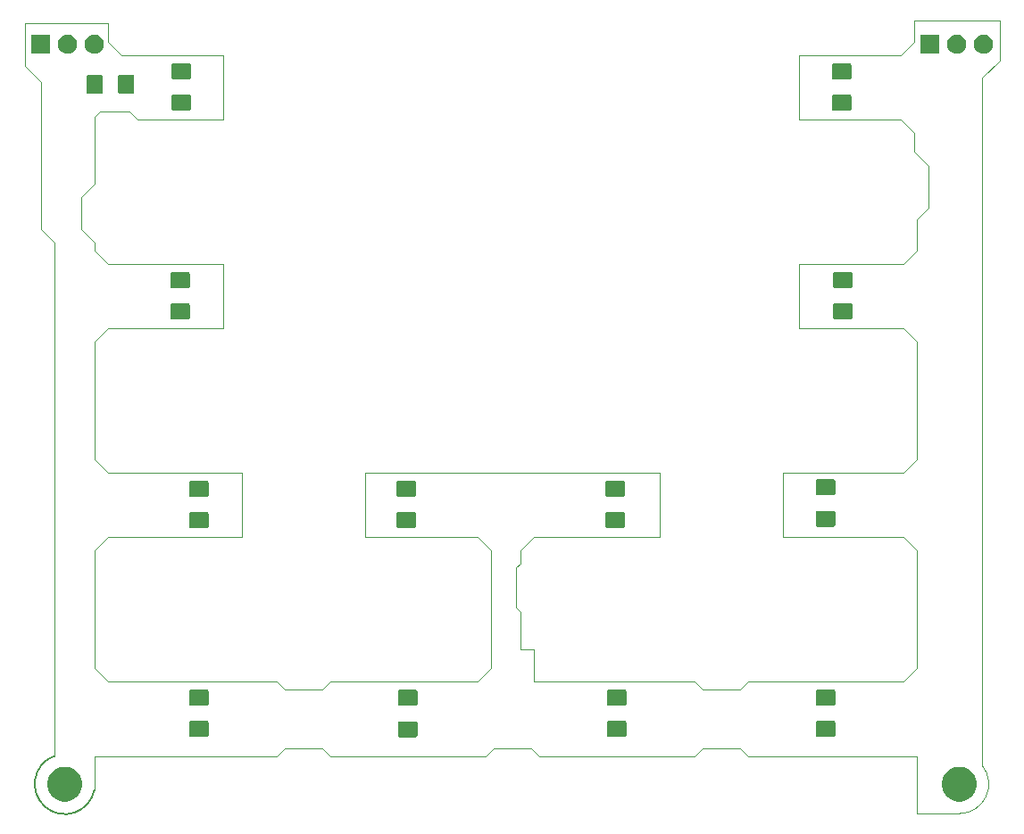
<source format=gbr>
G04 #@! TF.GenerationSoftware,KiCad,Pcbnew,(5.1.5)-3*
G04 #@! TF.CreationDate,2020-06-30T23:52:35-07:00*
G04 #@! TF.ProjectId,daughter,64617567-6874-4657-922e-6b696361645f,rev?*
G04 #@! TF.SameCoordinates,Original*
G04 #@! TF.FileFunction,Soldermask,Bot*
G04 #@! TF.FilePolarity,Negative*
%FSLAX46Y46*%
G04 Gerber Fmt 4.6, Leading zero omitted, Abs format (unit mm)*
G04 Created by KiCad (PCBNEW (5.1.5)-3) date 2020-06-30 23:52:35*
%MOMM*%
%LPD*%
G04 APERTURE LIST*
%ADD10C,0.050000*%
%ADD11C,0.120000*%
%ADD12C,0.150000*%
%ADD13C,0.100000*%
G04 APERTURE END LIST*
D10*
X143510000Y-186690000D02*
X159512000Y-186690000D01*
X139192000Y-185928000D02*
X138430000Y-186690000D01*
X142748000Y-185928000D02*
X139192000Y-185928000D01*
X143510000Y-186690000D02*
X142748000Y-185928000D01*
X74930000Y-121158000D02*
X74930000Y-117094000D01*
X76454000Y-122682000D02*
X74930000Y-121158000D01*
X76454000Y-136652000D02*
X76454000Y-122682000D01*
X77724000Y-137922000D02*
X76454000Y-136652000D01*
X77724000Y-137922000D02*
X77724001Y-186690001D01*
X81534000Y-186690000D02*
X81536221Y-189928213D01*
X98806000Y-186690000D02*
X81534000Y-186690000D01*
X99568000Y-185928000D02*
X98806000Y-186690000D01*
X103124000Y-185928000D02*
X99568000Y-185928000D01*
X103886000Y-186690000D02*
X103124000Y-185928000D01*
X118618000Y-186690000D02*
X103886000Y-186690000D01*
X119380000Y-185928000D02*
X118618000Y-186690000D01*
X122936000Y-185928000D02*
X119380000Y-185928000D01*
X123698000Y-186690000D02*
X122936000Y-185928000D01*
X138430000Y-186690000D02*
X123698000Y-186690000D01*
X159512000Y-192151000D02*
X159512000Y-186690000D01*
X159512000Y-192151000D02*
X163576000Y-192151000D01*
X165735000Y-122301000D02*
X165735000Y-187579000D01*
X167386000Y-120650000D02*
X165735000Y-122301000D01*
X167386000Y-116840000D02*
X167386000Y-120650000D01*
X159258000Y-116840000D02*
X167386000Y-116840000D01*
X159258000Y-118872000D02*
X159258000Y-116840000D01*
X157988000Y-120142000D02*
X159258000Y-118872000D01*
X148336000Y-120142000D02*
X157988000Y-120142000D01*
X148336000Y-126238000D02*
X148336000Y-120142000D01*
X157988000Y-126238000D02*
X148336000Y-126238000D01*
X159258000Y-127508000D02*
X157988000Y-126238000D01*
X159258000Y-129286000D02*
X159258000Y-127508000D01*
X160655000Y-130683000D02*
X159258000Y-129286000D01*
X160655000Y-134620000D02*
X160655000Y-130683000D01*
X159512000Y-135763000D02*
X160655000Y-134620000D01*
X159512000Y-138684000D02*
X159512000Y-135763000D01*
X158242000Y-139954000D02*
X159512000Y-138684000D01*
X148336000Y-139954000D02*
X158242000Y-139954000D01*
X148336000Y-146050000D02*
X148336000Y-139954000D01*
X158242000Y-146050000D02*
X148336000Y-146050000D01*
X159512000Y-147320000D02*
X158242000Y-146050000D01*
X159512000Y-158496000D02*
X159512000Y-147320000D01*
X158242000Y-159766000D02*
X159512000Y-158496000D01*
X146812000Y-159766000D02*
X158242000Y-159766000D01*
X146812000Y-165862000D02*
X146812000Y-159766000D01*
X158242000Y-165862000D02*
X146812000Y-165862000D01*
X159512000Y-167132000D02*
X158242000Y-165862000D01*
X159512000Y-178308000D02*
X159512000Y-167132000D01*
X158242000Y-179578000D02*
X159512000Y-178308000D01*
X143510000Y-179578000D02*
X158242000Y-179578000D01*
X142748000Y-180340000D02*
X143510000Y-179578000D01*
X139192000Y-180340000D02*
X142748000Y-180340000D01*
X138430000Y-179578000D02*
X139192000Y-180340000D01*
X123190000Y-179578000D02*
X138430000Y-179578000D01*
X123190000Y-176530000D02*
X123190000Y-179578000D01*
X121920000Y-176530000D02*
X123190000Y-176530000D01*
X121920000Y-172974000D02*
X121920000Y-176530000D01*
X121539000Y-172593000D02*
X121920000Y-172974000D01*
X121539000Y-168783000D02*
X121539000Y-172593000D01*
X121920000Y-168402000D02*
X121539000Y-168783000D01*
X121920000Y-167132000D02*
X121920000Y-168402000D01*
X123190000Y-165862000D02*
X121920000Y-167132000D01*
X135128000Y-165862000D02*
X123190000Y-165862000D01*
X135128000Y-159766000D02*
X135128000Y-165862000D01*
X107188000Y-159766000D02*
X135128000Y-159766000D01*
X107188000Y-165862000D02*
X107188000Y-159766000D01*
X117856000Y-165862000D02*
X107188000Y-165862000D01*
X119126000Y-167132000D02*
X117856000Y-165862000D01*
X119126000Y-178308000D02*
X119126000Y-167132000D01*
X117856000Y-179578000D02*
X119126000Y-178308000D01*
X103886000Y-179578000D02*
X117856000Y-179578000D01*
X103124000Y-180340000D02*
X103886000Y-179578000D01*
X99568000Y-180340000D02*
X103124000Y-180340000D01*
X98806000Y-179578000D02*
X99568000Y-180340000D01*
X82804000Y-179578000D02*
X98806000Y-179578000D01*
X81534000Y-178308000D02*
X82804000Y-179578000D01*
X81534000Y-167132000D02*
X81534000Y-178308000D01*
X82804000Y-165862000D02*
X81534000Y-167132000D01*
X95504000Y-165862000D02*
X82804000Y-165862000D01*
X95504000Y-159766000D02*
X95504000Y-165862000D01*
X82804000Y-159766000D02*
X95504000Y-159766000D01*
X81534000Y-158496000D02*
X82804000Y-159766000D01*
X81534000Y-147320000D02*
X81534000Y-158496000D01*
X82804000Y-146050000D02*
X81534000Y-147320000D01*
X93726000Y-146050000D02*
X82804000Y-146050000D01*
X93726000Y-139954000D02*
X93726000Y-146050000D01*
X82804000Y-139954000D02*
X93726000Y-139954000D01*
X81534000Y-138684000D02*
X82804000Y-139954000D01*
X81534000Y-137922000D02*
X81534000Y-138684000D01*
X80264000Y-136652000D02*
X81534000Y-137922000D01*
X80264000Y-133604000D02*
X80264000Y-136652000D01*
X81534000Y-132334000D02*
X80264000Y-133604000D01*
X81534000Y-125984000D02*
X81534000Y-132334000D01*
X82042000Y-125476000D02*
X81534000Y-125984000D01*
X84836000Y-125476000D02*
X82042000Y-125476000D01*
X85598000Y-126238000D02*
X84836000Y-125476000D01*
X93726000Y-126238000D02*
X85598000Y-126238000D01*
X93726000Y-120142000D02*
X93726000Y-126238000D01*
X84074000Y-120142000D02*
X93726000Y-120142000D01*
X82804000Y-118872000D02*
X84074000Y-120142000D01*
X82804000Y-117094000D02*
X82804000Y-118872000D01*
X74930000Y-117094000D02*
X82804000Y-117094000D01*
D11*
X165731919Y-187579797D02*
G75*
G02X163576000Y-192151000I-2155919J-1777203D01*
G01*
D12*
X81536221Y-189928213D02*
G75*
G02X77724001Y-186690001I-2796221J571213D01*
G01*
D13*
G36*
X163951256Y-187748298D02*
G01*
X164057579Y-187769447D01*
X164358042Y-187893903D01*
X164628451Y-188074585D01*
X164858415Y-188304549D01*
X165039097Y-188574958D01*
X165163553Y-188875421D01*
X165227000Y-189194391D01*
X165227000Y-189519609D01*
X165163553Y-189838579D01*
X165039097Y-190139042D01*
X164858415Y-190409451D01*
X164628451Y-190639415D01*
X164358042Y-190820097D01*
X164057579Y-190944553D01*
X163951256Y-190965702D01*
X163738611Y-191008000D01*
X163413389Y-191008000D01*
X163200744Y-190965702D01*
X163094421Y-190944553D01*
X162793958Y-190820097D01*
X162523549Y-190639415D01*
X162293585Y-190409451D01*
X162112903Y-190139042D01*
X161988447Y-189838579D01*
X161925000Y-189519609D01*
X161925000Y-189194391D01*
X161988447Y-188875421D01*
X162112903Y-188574958D01*
X162293585Y-188304549D01*
X162523549Y-188074585D01*
X162793958Y-187893903D01*
X163094421Y-187769447D01*
X163200744Y-187748298D01*
X163413389Y-187706000D01*
X163738611Y-187706000D01*
X163951256Y-187748298D01*
G37*
G36*
X79115256Y-187748298D02*
G01*
X79221579Y-187769447D01*
X79522042Y-187893903D01*
X79792451Y-188074585D01*
X80022415Y-188304549D01*
X80203097Y-188574958D01*
X80327553Y-188875421D01*
X80391000Y-189194391D01*
X80391000Y-189519609D01*
X80327553Y-189838579D01*
X80203097Y-190139042D01*
X80022415Y-190409451D01*
X79792451Y-190639415D01*
X79522042Y-190820097D01*
X79221579Y-190944553D01*
X79115256Y-190965702D01*
X78902611Y-191008000D01*
X78577389Y-191008000D01*
X78364744Y-190965702D01*
X78258421Y-190944553D01*
X77957958Y-190820097D01*
X77687549Y-190639415D01*
X77457585Y-190409451D01*
X77276903Y-190139042D01*
X77152447Y-189838579D01*
X77089000Y-189519609D01*
X77089000Y-189194391D01*
X77152447Y-188875421D01*
X77276903Y-188574958D01*
X77457585Y-188304549D01*
X77687549Y-188074585D01*
X77957958Y-187893903D01*
X78258421Y-187769447D01*
X78364744Y-187748298D01*
X78577389Y-187706000D01*
X78902611Y-187706000D01*
X79115256Y-187748298D01*
G37*
G36*
X112027562Y-183390681D02*
G01*
X112062481Y-183401274D01*
X112094663Y-183418476D01*
X112122873Y-183441627D01*
X112146024Y-183469837D01*
X112163226Y-183502019D01*
X112173819Y-183536938D01*
X112178000Y-183579395D01*
X112178000Y-184720605D01*
X112173819Y-184763062D01*
X112163226Y-184797981D01*
X112146024Y-184830163D01*
X112122873Y-184858373D01*
X112094663Y-184881524D01*
X112062481Y-184898726D01*
X112027562Y-184909319D01*
X111985105Y-184913500D01*
X110518895Y-184913500D01*
X110476438Y-184909319D01*
X110441519Y-184898726D01*
X110409337Y-184881524D01*
X110381127Y-184858373D01*
X110357976Y-184830163D01*
X110340774Y-184797981D01*
X110330181Y-184763062D01*
X110326000Y-184720605D01*
X110326000Y-183579395D01*
X110330181Y-183536938D01*
X110340774Y-183502019D01*
X110357976Y-183469837D01*
X110381127Y-183441627D01*
X110409337Y-183418476D01*
X110441519Y-183401274D01*
X110476438Y-183390681D01*
X110518895Y-183386500D01*
X111985105Y-183386500D01*
X112027562Y-183390681D01*
G37*
G36*
X131839562Y-183354181D02*
G01*
X131874481Y-183364774D01*
X131906663Y-183381976D01*
X131934873Y-183405127D01*
X131958024Y-183433337D01*
X131975226Y-183465519D01*
X131985819Y-183500438D01*
X131990000Y-183542895D01*
X131990000Y-184684105D01*
X131985819Y-184726562D01*
X131975226Y-184761481D01*
X131958024Y-184793663D01*
X131934873Y-184821873D01*
X131906663Y-184845024D01*
X131874481Y-184862226D01*
X131839562Y-184872819D01*
X131797105Y-184877000D01*
X130330895Y-184877000D01*
X130288438Y-184872819D01*
X130253519Y-184862226D01*
X130221337Y-184845024D01*
X130193127Y-184821873D01*
X130169976Y-184793663D01*
X130152774Y-184761481D01*
X130142181Y-184726562D01*
X130138000Y-184684105D01*
X130138000Y-183542895D01*
X130142181Y-183500438D01*
X130152774Y-183465519D01*
X130169976Y-183433337D01*
X130193127Y-183405127D01*
X130221337Y-183381976D01*
X130253519Y-183364774D01*
X130288438Y-183354181D01*
X130330895Y-183350000D01*
X131797105Y-183350000D01*
X131839562Y-183354181D01*
G37*
G36*
X151651562Y-183354181D02*
G01*
X151686481Y-183364774D01*
X151718663Y-183381976D01*
X151746873Y-183405127D01*
X151770024Y-183433337D01*
X151787226Y-183465519D01*
X151797819Y-183500438D01*
X151802000Y-183542895D01*
X151802000Y-184684105D01*
X151797819Y-184726562D01*
X151787226Y-184761481D01*
X151770024Y-184793663D01*
X151746873Y-184821873D01*
X151718663Y-184845024D01*
X151686481Y-184862226D01*
X151651562Y-184872819D01*
X151609105Y-184877000D01*
X150142895Y-184877000D01*
X150100438Y-184872819D01*
X150065519Y-184862226D01*
X150033337Y-184845024D01*
X150005127Y-184821873D01*
X149981976Y-184793663D01*
X149964774Y-184761481D01*
X149954181Y-184726562D01*
X149950000Y-184684105D01*
X149950000Y-183542895D01*
X149954181Y-183500438D01*
X149964774Y-183465519D01*
X149981976Y-183433337D01*
X150005127Y-183405127D01*
X150033337Y-183381976D01*
X150065519Y-183364774D01*
X150100438Y-183354181D01*
X150142895Y-183350000D01*
X151609105Y-183350000D01*
X151651562Y-183354181D01*
G37*
G36*
X92215562Y-183354181D02*
G01*
X92250481Y-183364774D01*
X92282663Y-183381976D01*
X92310873Y-183405127D01*
X92334024Y-183433337D01*
X92351226Y-183465519D01*
X92361819Y-183500438D01*
X92366000Y-183542895D01*
X92366000Y-184684105D01*
X92361819Y-184726562D01*
X92351226Y-184761481D01*
X92334024Y-184793663D01*
X92310873Y-184821873D01*
X92282663Y-184845024D01*
X92250481Y-184862226D01*
X92215562Y-184872819D01*
X92173105Y-184877000D01*
X90706895Y-184877000D01*
X90664438Y-184872819D01*
X90629519Y-184862226D01*
X90597337Y-184845024D01*
X90569127Y-184821873D01*
X90545976Y-184793663D01*
X90528774Y-184761481D01*
X90518181Y-184726562D01*
X90514000Y-184684105D01*
X90514000Y-183542895D01*
X90518181Y-183500438D01*
X90528774Y-183465519D01*
X90545976Y-183433337D01*
X90569127Y-183405127D01*
X90597337Y-183381976D01*
X90629519Y-183364774D01*
X90664438Y-183354181D01*
X90706895Y-183350000D01*
X92173105Y-183350000D01*
X92215562Y-183354181D01*
G37*
G36*
X112027562Y-180415681D02*
G01*
X112062481Y-180426274D01*
X112094663Y-180443476D01*
X112122873Y-180466627D01*
X112146024Y-180494837D01*
X112163226Y-180527019D01*
X112173819Y-180561938D01*
X112178000Y-180604395D01*
X112178000Y-181745605D01*
X112173819Y-181788062D01*
X112163226Y-181822981D01*
X112146024Y-181855163D01*
X112122873Y-181883373D01*
X112094663Y-181906524D01*
X112062481Y-181923726D01*
X112027562Y-181934319D01*
X111985105Y-181938500D01*
X110518895Y-181938500D01*
X110476438Y-181934319D01*
X110441519Y-181923726D01*
X110409337Y-181906524D01*
X110381127Y-181883373D01*
X110357976Y-181855163D01*
X110340774Y-181822981D01*
X110330181Y-181788062D01*
X110326000Y-181745605D01*
X110326000Y-180604395D01*
X110330181Y-180561938D01*
X110340774Y-180527019D01*
X110357976Y-180494837D01*
X110381127Y-180466627D01*
X110409337Y-180443476D01*
X110441519Y-180426274D01*
X110476438Y-180415681D01*
X110518895Y-180411500D01*
X111985105Y-180411500D01*
X112027562Y-180415681D01*
G37*
G36*
X151651562Y-180379181D02*
G01*
X151686481Y-180389774D01*
X151718663Y-180406976D01*
X151746873Y-180430127D01*
X151770024Y-180458337D01*
X151787226Y-180490519D01*
X151797819Y-180525438D01*
X151802000Y-180567895D01*
X151802000Y-181709105D01*
X151797819Y-181751562D01*
X151787226Y-181786481D01*
X151770024Y-181818663D01*
X151746873Y-181846873D01*
X151718663Y-181870024D01*
X151686481Y-181887226D01*
X151651562Y-181897819D01*
X151609105Y-181902000D01*
X150142895Y-181902000D01*
X150100438Y-181897819D01*
X150065519Y-181887226D01*
X150033337Y-181870024D01*
X150005127Y-181846873D01*
X149981976Y-181818663D01*
X149964774Y-181786481D01*
X149954181Y-181751562D01*
X149950000Y-181709105D01*
X149950000Y-180567895D01*
X149954181Y-180525438D01*
X149964774Y-180490519D01*
X149981976Y-180458337D01*
X150005127Y-180430127D01*
X150033337Y-180406976D01*
X150065519Y-180389774D01*
X150100438Y-180379181D01*
X150142895Y-180375000D01*
X151609105Y-180375000D01*
X151651562Y-180379181D01*
G37*
G36*
X131839562Y-180379181D02*
G01*
X131874481Y-180389774D01*
X131906663Y-180406976D01*
X131934873Y-180430127D01*
X131958024Y-180458337D01*
X131975226Y-180490519D01*
X131985819Y-180525438D01*
X131990000Y-180567895D01*
X131990000Y-181709105D01*
X131985819Y-181751562D01*
X131975226Y-181786481D01*
X131958024Y-181818663D01*
X131934873Y-181846873D01*
X131906663Y-181870024D01*
X131874481Y-181887226D01*
X131839562Y-181897819D01*
X131797105Y-181902000D01*
X130330895Y-181902000D01*
X130288438Y-181897819D01*
X130253519Y-181887226D01*
X130221337Y-181870024D01*
X130193127Y-181846873D01*
X130169976Y-181818663D01*
X130152774Y-181786481D01*
X130142181Y-181751562D01*
X130138000Y-181709105D01*
X130138000Y-180567895D01*
X130142181Y-180525438D01*
X130152774Y-180490519D01*
X130169976Y-180458337D01*
X130193127Y-180430127D01*
X130221337Y-180406976D01*
X130253519Y-180389774D01*
X130288438Y-180379181D01*
X130330895Y-180375000D01*
X131797105Y-180375000D01*
X131839562Y-180379181D01*
G37*
G36*
X92215562Y-180379181D02*
G01*
X92250481Y-180389774D01*
X92282663Y-180406976D01*
X92310873Y-180430127D01*
X92334024Y-180458337D01*
X92351226Y-180490519D01*
X92361819Y-180525438D01*
X92366000Y-180567895D01*
X92366000Y-181709105D01*
X92361819Y-181751562D01*
X92351226Y-181786481D01*
X92334024Y-181818663D01*
X92310873Y-181846873D01*
X92282663Y-181870024D01*
X92250481Y-181887226D01*
X92215562Y-181897819D01*
X92173105Y-181902000D01*
X90706895Y-181902000D01*
X90664438Y-181897819D01*
X90629519Y-181887226D01*
X90597337Y-181870024D01*
X90569127Y-181846873D01*
X90545976Y-181818663D01*
X90528774Y-181786481D01*
X90518181Y-181751562D01*
X90514000Y-181709105D01*
X90514000Y-180567895D01*
X90518181Y-180525438D01*
X90528774Y-180490519D01*
X90545976Y-180458337D01*
X90569127Y-180430127D01*
X90597337Y-180406976D01*
X90629519Y-180389774D01*
X90664438Y-180379181D01*
X90706895Y-180375000D01*
X92173105Y-180375000D01*
X92215562Y-180379181D01*
G37*
G36*
X111900562Y-163542181D02*
G01*
X111935481Y-163552774D01*
X111967663Y-163569976D01*
X111995873Y-163593127D01*
X112019024Y-163621337D01*
X112036226Y-163653519D01*
X112046819Y-163688438D01*
X112051000Y-163730895D01*
X112051000Y-164872105D01*
X112046819Y-164914562D01*
X112036226Y-164949481D01*
X112019024Y-164981663D01*
X111995873Y-165009873D01*
X111967663Y-165033024D01*
X111935481Y-165050226D01*
X111900562Y-165060819D01*
X111858105Y-165065000D01*
X110391895Y-165065000D01*
X110349438Y-165060819D01*
X110314519Y-165050226D01*
X110282337Y-165033024D01*
X110254127Y-165009873D01*
X110230976Y-164981663D01*
X110213774Y-164949481D01*
X110203181Y-164914562D01*
X110199000Y-164872105D01*
X110199000Y-163730895D01*
X110203181Y-163688438D01*
X110213774Y-163653519D01*
X110230976Y-163621337D01*
X110254127Y-163593127D01*
X110282337Y-163569976D01*
X110314519Y-163552774D01*
X110349438Y-163542181D01*
X110391895Y-163538000D01*
X111858105Y-163538000D01*
X111900562Y-163542181D01*
G37*
G36*
X131712562Y-163542181D02*
G01*
X131747481Y-163552774D01*
X131779663Y-163569976D01*
X131807873Y-163593127D01*
X131831024Y-163621337D01*
X131848226Y-163653519D01*
X131858819Y-163688438D01*
X131863000Y-163730895D01*
X131863000Y-164872105D01*
X131858819Y-164914562D01*
X131848226Y-164949481D01*
X131831024Y-164981663D01*
X131807873Y-165009873D01*
X131779663Y-165033024D01*
X131747481Y-165050226D01*
X131712562Y-165060819D01*
X131670105Y-165065000D01*
X130203895Y-165065000D01*
X130161438Y-165060819D01*
X130126519Y-165050226D01*
X130094337Y-165033024D01*
X130066127Y-165009873D01*
X130042976Y-164981663D01*
X130025774Y-164949481D01*
X130015181Y-164914562D01*
X130011000Y-164872105D01*
X130011000Y-163730895D01*
X130015181Y-163688438D01*
X130025774Y-163653519D01*
X130042976Y-163621337D01*
X130066127Y-163593127D01*
X130094337Y-163569976D01*
X130126519Y-163552774D01*
X130161438Y-163542181D01*
X130203895Y-163538000D01*
X131670105Y-163538000D01*
X131712562Y-163542181D01*
G37*
G36*
X92215562Y-163542181D02*
G01*
X92250481Y-163552774D01*
X92282663Y-163569976D01*
X92310873Y-163593127D01*
X92334024Y-163621337D01*
X92351226Y-163653519D01*
X92361819Y-163688438D01*
X92366000Y-163730895D01*
X92366000Y-164872105D01*
X92361819Y-164914562D01*
X92351226Y-164949481D01*
X92334024Y-164981663D01*
X92310873Y-165009873D01*
X92282663Y-165033024D01*
X92250481Y-165050226D01*
X92215562Y-165060819D01*
X92173105Y-165065000D01*
X90706895Y-165065000D01*
X90664438Y-165060819D01*
X90629519Y-165050226D01*
X90597337Y-165033024D01*
X90569127Y-165009873D01*
X90545976Y-164981663D01*
X90528774Y-164949481D01*
X90518181Y-164914562D01*
X90514000Y-164872105D01*
X90514000Y-163730895D01*
X90518181Y-163688438D01*
X90528774Y-163653519D01*
X90545976Y-163621337D01*
X90569127Y-163593127D01*
X90597337Y-163569976D01*
X90629519Y-163552774D01*
X90664438Y-163542181D01*
X90706895Y-163538000D01*
X92173105Y-163538000D01*
X92215562Y-163542181D01*
G37*
G36*
X151651562Y-163415181D02*
G01*
X151686481Y-163425774D01*
X151718663Y-163442976D01*
X151746873Y-163466127D01*
X151770024Y-163494337D01*
X151787226Y-163526519D01*
X151797819Y-163561438D01*
X151802000Y-163603895D01*
X151802000Y-164745105D01*
X151797819Y-164787562D01*
X151787226Y-164822481D01*
X151770024Y-164854663D01*
X151746873Y-164882873D01*
X151718663Y-164906024D01*
X151686481Y-164923226D01*
X151651562Y-164933819D01*
X151609105Y-164938000D01*
X150142895Y-164938000D01*
X150100438Y-164933819D01*
X150065519Y-164923226D01*
X150033337Y-164906024D01*
X150005127Y-164882873D01*
X149981976Y-164854663D01*
X149964774Y-164822481D01*
X149954181Y-164787562D01*
X149950000Y-164745105D01*
X149950000Y-163603895D01*
X149954181Y-163561438D01*
X149964774Y-163526519D01*
X149981976Y-163494337D01*
X150005127Y-163466127D01*
X150033337Y-163442976D01*
X150065519Y-163425774D01*
X150100438Y-163415181D01*
X150142895Y-163411000D01*
X151609105Y-163411000D01*
X151651562Y-163415181D01*
G37*
G36*
X111900562Y-160567181D02*
G01*
X111935481Y-160577774D01*
X111967663Y-160594976D01*
X111995873Y-160618127D01*
X112019024Y-160646337D01*
X112036226Y-160678519D01*
X112046819Y-160713438D01*
X112051000Y-160755895D01*
X112051000Y-161897105D01*
X112046819Y-161939562D01*
X112036226Y-161974481D01*
X112019024Y-162006663D01*
X111995873Y-162034873D01*
X111967663Y-162058024D01*
X111935481Y-162075226D01*
X111900562Y-162085819D01*
X111858105Y-162090000D01*
X110391895Y-162090000D01*
X110349438Y-162085819D01*
X110314519Y-162075226D01*
X110282337Y-162058024D01*
X110254127Y-162034873D01*
X110230976Y-162006663D01*
X110213774Y-161974481D01*
X110203181Y-161939562D01*
X110199000Y-161897105D01*
X110199000Y-160755895D01*
X110203181Y-160713438D01*
X110213774Y-160678519D01*
X110230976Y-160646337D01*
X110254127Y-160618127D01*
X110282337Y-160594976D01*
X110314519Y-160577774D01*
X110349438Y-160567181D01*
X110391895Y-160563000D01*
X111858105Y-160563000D01*
X111900562Y-160567181D01*
G37*
G36*
X131712562Y-160567181D02*
G01*
X131747481Y-160577774D01*
X131779663Y-160594976D01*
X131807873Y-160618127D01*
X131831024Y-160646337D01*
X131848226Y-160678519D01*
X131858819Y-160713438D01*
X131863000Y-160755895D01*
X131863000Y-161897105D01*
X131858819Y-161939562D01*
X131848226Y-161974481D01*
X131831024Y-162006663D01*
X131807873Y-162034873D01*
X131779663Y-162058024D01*
X131747481Y-162075226D01*
X131712562Y-162085819D01*
X131670105Y-162090000D01*
X130203895Y-162090000D01*
X130161438Y-162085819D01*
X130126519Y-162075226D01*
X130094337Y-162058024D01*
X130066127Y-162034873D01*
X130042976Y-162006663D01*
X130025774Y-161974481D01*
X130015181Y-161939562D01*
X130011000Y-161897105D01*
X130011000Y-160755895D01*
X130015181Y-160713438D01*
X130025774Y-160678519D01*
X130042976Y-160646337D01*
X130066127Y-160618127D01*
X130094337Y-160594976D01*
X130126519Y-160577774D01*
X130161438Y-160567181D01*
X130203895Y-160563000D01*
X131670105Y-160563000D01*
X131712562Y-160567181D01*
G37*
G36*
X92215562Y-160567181D02*
G01*
X92250481Y-160577774D01*
X92282663Y-160594976D01*
X92310873Y-160618127D01*
X92334024Y-160646337D01*
X92351226Y-160678519D01*
X92361819Y-160713438D01*
X92366000Y-160755895D01*
X92366000Y-161897105D01*
X92361819Y-161939562D01*
X92351226Y-161974481D01*
X92334024Y-162006663D01*
X92310873Y-162034873D01*
X92282663Y-162058024D01*
X92250481Y-162075226D01*
X92215562Y-162085819D01*
X92173105Y-162090000D01*
X90706895Y-162090000D01*
X90664438Y-162085819D01*
X90629519Y-162075226D01*
X90597337Y-162058024D01*
X90569127Y-162034873D01*
X90545976Y-162006663D01*
X90528774Y-161974481D01*
X90518181Y-161939562D01*
X90514000Y-161897105D01*
X90514000Y-160755895D01*
X90518181Y-160713438D01*
X90528774Y-160678519D01*
X90545976Y-160646337D01*
X90569127Y-160618127D01*
X90597337Y-160594976D01*
X90629519Y-160577774D01*
X90664438Y-160567181D01*
X90706895Y-160563000D01*
X92173105Y-160563000D01*
X92215562Y-160567181D01*
G37*
G36*
X151651562Y-160440181D02*
G01*
X151686481Y-160450774D01*
X151718663Y-160467976D01*
X151746873Y-160491127D01*
X151770024Y-160519337D01*
X151787226Y-160551519D01*
X151797819Y-160586438D01*
X151802000Y-160628895D01*
X151802000Y-161770105D01*
X151797819Y-161812562D01*
X151787226Y-161847481D01*
X151770024Y-161879663D01*
X151746873Y-161907873D01*
X151718663Y-161931024D01*
X151686481Y-161948226D01*
X151651562Y-161958819D01*
X151609105Y-161963000D01*
X150142895Y-161963000D01*
X150100438Y-161958819D01*
X150065519Y-161948226D01*
X150033337Y-161931024D01*
X150005127Y-161907873D01*
X149981976Y-161879663D01*
X149964774Y-161847481D01*
X149954181Y-161812562D01*
X149950000Y-161770105D01*
X149950000Y-160628895D01*
X149954181Y-160586438D01*
X149964774Y-160551519D01*
X149981976Y-160519337D01*
X150005127Y-160491127D01*
X150033337Y-160467976D01*
X150065519Y-160450774D01*
X150100438Y-160440181D01*
X150142895Y-160436000D01*
X151609105Y-160436000D01*
X151651562Y-160440181D01*
G37*
G36*
X90437562Y-143730181D02*
G01*
X90472481Y-143740774D01*
X90504663Y-143757976D01*
X90532873Y-143781127D01*
X90556024Y-143809337D01*
X90573226Y-143841519D01*
X90583819Y-143876438D01*
X90588000Y-143918895D01*
X90588000Y-145060105D01*
X90583819Y-145102562D01*
X90573226Y-145137481D01*
X90556024Y-145169663D01*
X90532873Y-145197873D01*
X90504663Y-145221024D01*
X90472481Y-145238226D01*
X90437562Y-145248819D01*
X90395105Y-145253000D01*
X88928895Y-145253000D01*
X88886438Y-145248819D01*
X88851519Y-145238226D01*
X88819337Y-145221024D01*
X88791127Y-145197873D01*
X88767976Y-145169663D01*
X88750774Y-145137481D01*
X88740181Y-145102562D01*
X88736000Y-145060105D01*
X88736000Y-143918895D01*
X88740181Y-143876438D01*
X88750774Y-143841519D01*
X88767976Y-143809337D01*
X88791127Y-143781127D01*
X88819337Y-143757976D01*
X88851519Y-143740774D01*
X88886438Y-143730181D01*
X88928895Y-143726000D01*
X90395105Y-143726000D01*
X90437562Y-143730181D01*
G37*
G36*
X153302562Y-143730181D02*
G01*
X153337481Y-143740774D01*
X153369663Y-143757976D01*
X153397873Y-143781127D01*
X153421024Y-143809337D01*
X153438226Y-143841519D01*
X153448819Y-143876438D01*
X153453000Y-143918895D01*
X153453000Y-145060105D01*
X153448819Y-145102562D01*
X153438226Y-145137481D01*
X153421024Y-145169663D01*
X153397873Y-145197873D01*
X153369663Y-145221024D01*
X153337481Y-145238226D01*
X153302562Y-145248819D01*
X153260105Y-145253000D01*
X151793895Y-145253000D01*
X151751438Y-145248819D01*
X151716519Y-145238226D01*
X151684337Y-145221024D01*
X151656127Y-145197873D01*
X151632976Y-145169663D01*
X151615774Y-145137481D01*
X151605181Y-145102562D01*
X151601000Y-145060105D01*
X151601000Y-143918895D01*
X151605181Y-143876438D01*
X151615774Y-143841519D01*
X151632976Y-143809337D01*
X151656127Y-143781127D01*
X151684337Y-143757976D01*
X151716519Y-143740774D01*
X151751438Y-143730181D01*
X151793895Y-143726000D01*
X153260105Y-143726000D01*
X153302562Y-143730181D01*
G37*
G36*
X90437562Y-140755181D02*
G01*
X90472481Y-140765774D01*
X90504663Y-140782976D01*
X90532873Y-140806127D01*
X90556024Y-140834337D01*
X90573226Y-140866519D01*
X90583819Y-140901438D01*
X90588000Y-140943895D01*
X90588000Y-142085105D01*
X90583819Y-142127562D01*
X90573226Y-142162481D01*
X90556024Y-142194663D01*
X90532873Y-142222873D01*
X90504663Y-142246024D01*
X90472481Y-142263226D01*
X90437562Y-142273819D01*
X90395105Y-142278000D01*
X88928895Y-142278000D01*
X88886438Y-142273819D01*
X88851519Y-142263226D01*
X88819337Y-142246024D01*
X88791127Y-142222873D01*
X88767976Y-142194663D01*
X88750774Y-142162481D01*
X88740181Y-142127562D01*
X88736000Y-142085105D01*
X88736000Y-140943895D01*
X88740181Y-140901438D01*
X88750774Y-140866519D01*
X88767976Y-140834337D01*
X88791127Y-140806127D01*
X88819337Y-140782976D01*
X88851519Y-140765774D01*
X88886438Y-140755181D01*
X88928895Y-140751000D01*
X90395105Y-140751000D01*
X90437562Y-140755181D01*
G37*
G36*
X153302562Y-140755181D02*
G01*
X153337481Y-140765774D01*
X153369663Y-140782976D01*
X153397873Y-140806127D01*
X153421024Y-140834337D01*
X153438226Y-140866519D01*
X153448819Y-140901438D01*
X153453000Y-140943895D01*
X153453000Y-142085105D01*
X153448819Y-142127562D01*
X153438226Y-142162481D01*
X153421024Y-142194663D01*
X153397873Y-142222873D01*
X153369663Y-142246024D01*
X153337481Y-142263226D01*
X153302562Y-142273819D01*
X153260105Y-142278000D01*
X151793895Y-142278000D01*
X151751438Y-142273819D01*
X151716519Y-142263226D01*
X151684337Y-142246024D01*
X151656127Y-142222873D01*
X151632976Y-142194663D01*
X151615774Y-142162481D01*
X151605181Y-142127562D01*
X151601000Y-142085105D01*
X151601000Y-140943895D01*
X151605181Y-140901438D01*
X151615774Y-140866519D01*
X151632976Y-140834337D01*
X151656127Y-140806127D01*
X151684337Y-140782976D01*
X151716519Y-140765774D01*
X151751438Y-140755181D01*
X151793895Y-140751000D01*
X153260105Y-140751000D01*
X153302562Y-140755181D01*
G37*
G36*
X90564562Y-123918181D02*
G01*
X90599481Y-123928774D01*
X90631663Y-123945976D01*
X90659873Y-123969127D01*
X90683024Y-123997337D01*
X90700226Y-124029519D01*
X90710819Y-124064438D01*
X90715000Y-124106895D01*
X90715000Y-125248105D01*
X90710819Y-125290562D01*
X90700226Y-125325481D01*
X90683024Y-125357663D01*
X90659873Y-125385873D01*
X90631663Y-125409024D01*
X90599481Y-125426226D01*
X90564562Y-125436819D01*
X90522105Y-125441000D01*
X89055895Y-125441000D01*
X89013438Y-125436819D01*
X88978519Y-125426226D01*
X88946337Y-125409024D01*
X88918127Y-125385873D01*
X88894976Y-125357663D01*
X88877774Y-125325481D01*
X88867181Y-125290562D01*
X88863000Y-125248105D01*
X88863000Y-124106895D01*
X88867181Y-124064438D01*
X88877774Y-124029519D01*
X88894976Y-123997337D01*
X88918127Y-123969127D01*
X88946337Y-123945976D01*
X88978519Y-123928774D01*
X89013438Y-123918181D01*
X89055895Y-123914000D01*
X90522105Y-123914000D01*
X90564562Y-123918181D01*
G37*
G36*
X153175562Y-123918181D02*
G01*
X153210481Y-123928774D01*
X153242663Y-123945976D01*
X153270873Y-123969127D01*
X153294024Y-123997337D01*
X153311226Y-124029519D01*
X153321819Y-124064438D01*
X153326000Y-124106895D01*
X153326000Y-125248105D01*
X153321819Y-125290562D01*
X153311226Y-125325481D01*
X153294024Y-125357663D01*
X153270873Y-125385873D01*
X153242663Y-125409024D01*
X153210481Y-125426226D01*
X153175562Y-125436819D01*
X153133105Y-125441000D01*
X151666895Y-125441000D01*
X151624438Y-125436819D01*
X151589519Y-125426226D01*
X151557337Y-125409024D01*
X151529127Y-125385873D01*
X151505976Y-125357663D01*
X151488774Y-125325481D01*
X151478181Y-125290562D01*
X151474000Y-125248105D01*
X151474000Y-124106895D01*
X151478181Y-124064438D01*
X151488774Y-124029519D01*
X151505976Y-123997337D01*
X151529127Y-123969127D01*
X151557337Y-123945976D01*
X151589519Y-123928774D01*
X151624438Y-123918181D01*
X151666895Y-123914000D01*
X153133105Y-123914000D01*
X153175562Y-123918181D01*
G37*
G36*
X82183562Y-122014181D02*
G01*
X82218481Y-122024774D01*
X82250663Y-122041976D01*
X82278873Y-122065127D01*
X82302024Y-122093337D01*
X82319226Y-122125519D01*
X82329819Y-122160438D01*
X82334000Y-122202895D01*
X82334000Y-123669105D01*
X82329819Y-123711562D01*
X82319226Y-123746481D01*
X82302024Y-123778663D01*
X82278873Y-123806873D01*
X82250663Y-123830024D01*
X82218481Y-123847226D01*
X82183562Y-123857819D01*
X82141105Y-123862000D01*
X80999895Y-123862000D01*
X80957438Y-123857819D01*
X80922519Y-123847226D01*
X80890337Y-123830024D01*
X80862127Y-123806873D01*
X80838976Y-123778663D01*
X80821774Y-123746481D01*
X80811181Y-123711562D01*
X80807000Y-123669105D01*
X80807000Y-122202895D01*
X80811181Y-122160438D01*
X80821774Y-122125519D01*
X80838976Y-122093337D01*
X80862127Y-122065127D01*
X80890337Y-122041976D01*
X80922519Y-122024774D01*
X80957438Y-122014181D01*
X80999895Y-122010000D01*
X82141105Y-122010000D01*
X82183562Y-122014181D01*
G37*
G36*
X85158562Y-122014181D02*
G01*
X85193481Y-122024774D01*
X85225663Y-122041976D01*
X85253873Y-122065127D01*
X85277024Y-122093337D01*
X85294226Y-122125519D01*
X85304819Y-122160438D01*
X85309000Y-122202895D01*
X85309000Y-123669105D01*
X85304819Y-123711562D01*
X85294226Y-123746481D01*
X85277024Y-123778663D01*
X85253873Y-123806873D01*
X85225663Y-123830024D01*
X85193481Y-123847226D01*
X85158562Y-123857819D01*
X85116105Y-123862000D01*
X83974895Y-123862000D01*
X83932438Y-123857819D01*
X83897519Y-123847226D01*
X83865337Y-123830024D01*
X83837127Y-123806873D01*
X83813976Y-123778663D01*
X83796774Y-123746481D01*
X83786181Y-123711562D01*
X83782000Y-123669105D01*
X83782000Y-122202895D01*
X83786181Y-122160438D01*
X83796774Y-122125519D01*
X83813976Y-122093337D01*
X83837127Y-122065127D01*
X83865337Y-122041976D01*
X83897519Y-122024774D01*
X83932438Y-122014181D01*
X83974895Y-122010000D01*
X85116105Y-122010000D01*
X85158562Y-122014181D01*
G37*
G36*
X90564562Y-120943181D02*
G01*
X90599481Y-120953774D01*
X90631663Y-120970976D01*
X90659873Y-120994127D01*
X90683024Y-121022337D01*
X90700226Y-121054519D01*
X90710819Y-121089438D01*
X90715000Y-121131895D01*
X90715000Y-122273105D01*
X90710819Y-122315562D01*
X90700226Y-122350481D01*
X90683024Y-122382663D01*
X90659873Y-122410873D01*
X90631663Y-122434024D01*
X90599481Y-122451226D01*
X90564562Y-122461819D01*
X90522105Y-122466000D01*
X89055895Y-122466000D01*
X89013438Y-122461819D01*
X88978519Y-122451226D01*
X88946337Y-122434024D01*
X88918127Y-122410873D01*
X88894976Y-122382663D01*
X88877774Y-122350481D01*
X88867181Y-122315562D01*
X88863000Y-122273105D01*
X88863000Y-121131895D01*
X88867181Y-121089438D01*
X88877774Y-121054519D01*
X88894976Y-121022337D01*
X88918127Y-120994127D01*
X88946337Y-120970976D01*
X88978519Y-120953774D01*
X89013438Y-120943181D01*
X89055895Y-120939000D01*
X90522105Y-120939000D01*
X90564562Y-120943181D01*
G37*
G36*
X153175562Y-120943181D02*
G01*
X153210481Y-120953774D01*
X153242663Y-120970976D01*
X153270873Y-120994127D01*
X153294024Y-121022337D01*
X153311226Y-121054519D01*
X153321819Y-121089438D01*
X153326000Y-121131895D01*
X153326000Y-122273105D01*
X153321819Y-122315562D01*
X153311226Y-122350481D01*
X153294024Y-122382663D01*
X153270873Y-122410873D01*
X153242663Y-122434024D01*
X153210481Y-122451226D01*
X153175562Y-122461819D01*
X153133105Y-122466000D01*
X151666895Y-122466000D01*
X151624438Y-122461819D01*
X151589519Y-122451226D01*
X151557337Y-122434024D01*
X151529127Y-122410873D01*
X151505976Y-122382663D01*
X151488774Y-122350481D01*
X151478181Y-122315562D01*
X151474000Y-122273105D01*
X151474000Y-121131895D01*
X151478181Y-121089438D01*
X151488774Y-121054519D01*
X151505976Y-121022337D01*
X151529127Y-120994127D01*
X151557337Y-120970976D01*
X151589519Y-120953774D01*
X151624438Y-120943181D01*
X151666895Y-120939000D01*
X153133105Y-120939000D01*
X153175562Y-120943181D01*
G37*
G36*
X165975512Y-118229927D02*
G01*
X166124812Y-118259624D01*
X166288784Y-118327544D01*
X166436354Y-118426147D01*
X166561853Y-118551646D01*
X166660456Y-118699216D01*
X166728376Y-118863188D01*
X166763000Y-119037259D01*
X166763000Y-119214741D01*
X166728376Y-119388812D01*
X166660456Y-119552784D01*
X166561853Y-119700354D01*
X166436354Y-119825853D01*
X166288784Y-119924456D01*
X166124812Y-119992376D01*
X165975512Y-120022073D01*
X165950742Y-120027000D01*
X165773258Y-120027000D01*
X165748488Y-120022073D01*
X165599188Y-119992376D01*
X165435216Y-119924456D01*
X165287646Y-119825853D01*
X165162147Y-119700354D01*
X165063544Y-119552784D01*
X164995624Y-119388812D01*
X164961000Y-119214741D01*
X164961000Y-119037259D01*
X164995624Y-118863188D01*
X165063544Y-118699216D01*
X165162147Y-118551646D01*
X165287646Y-118426147D01*
X165435216Y-118327544D01*
X165599188Y-118259624D01*
X165748488Y-118229927D01*
X165773258Y-118225000D01*
X165950742Y-118225000D01*
X165975512Y-118229927D01*
G37*
G36*
X163435512Y-118229927D02*
G01*
X163584812Y-118259624D01*
X163748784Y-118327544D01*
X163896354Y-118426147D01*
X164021853Y-118551646D01*
X164120456Y-118699216D01*
X164188376Y-118863188D01*
X164223000Y-119037259D01*
X164223000Y-119214741D01*
X164188376Y-119388812D01*
X164120456Y-119552784D01*
X164021853Y-119700354D01*
X163896354Y-119825853D01*
X163748784Y-119924456D01*
X163584812Y-119992376D01*
X163435512Y-120022073D01*
X163410742Y-120027000D01*
X163233258Y-120027000D01*
X163208488Y-120022073D01*
X163059188Y-119992376D01*
X162895216Y-119924456D01*
X162747646Y-119825853D01*
X162622147Y-119700354D01*
X162523544Y-119552784D01*
X162455624Y-119388812D01*
X162421000Y-119214741D01*
X162421000Y-119037259D01*
X162455624Y-118863188D01*
X162523544Y-118699216D01*
X162622147Y-118551646D01*
X162747646Y-118426147D01*
X162895216Y-118327544D01*
X163059188Y-118259624D01*
X163208488Y-118229927D01*
X163233258Y-118225000D01*
X163410742Y-118225000D01*
X163435512Y-118229927D01*
G37*
G36*
X161683000Y-120027000D02*
G01*
X159881000Y-120027000D01*
X159881000Y-118225000D01*
X161683000Y-118225000D01*
X161683000Y-120027000D01*
G37*
G36*
X81647512Y-118229927D02*
G01*
X81796812Y-118259624D01*
X81960784Y-118327544D01*
X82108354Y-118426147D01*
X82233853Y-118551646D01*
X82332456Y-118699216D01*
X82400376Y-118863188D01*
X82435000Y-119037259D01*
X82435000Y-119214741D01*
X82400376Y-119388812D01*
X82332456Y-119552784D01*
X82233853Y-119700354D01*
X82108354Y-119825853D01*
X81960784Y-119924456D01*
X81796812Y-119992376D01*
X81647512Y-120022073D01*
X81622742Y-120027000D01*
X81445258Y-120027000D01*
X81420488Y-120022073D01*
X81271188Y-119992376D01*
X81107216Y-119924456D01*
X80959646Y-119825853D01*
X80834147Y-119700354D01*
X80735544Y-119552784D01*
X80667624Y-119388812D01*
X80633000Y-119214741D01*
X80633000Y-119037259D01*
X80667624Y-118863188D01*
X80735544Y-118699216D01*
X80834147Y-118551646D01*
X80959646Y-118426147D01*
X81107216Y-118327544D01*
X81271188Y-118259624D01*
X81420488Y-118229927D01*
X81445258Y-118225000D01*
X81622742Y-118225000D01*
X81647512Y-118229927D01*
G37*
G36*
X79107512Y-118229927D02*
G01*
X79256812Y-118259624D01*
X79420784Y-118327544D01*
X79568354Y-118426147D01*
X79693853Y-118551646D01*
X79792456Y-118699216D01*
X79860376Y-118863188D01*
X79895000Y-119037259D01*
X79895000Y-119214741D01*
X79860376Y-119388812D01*
X79792456Y-119552784D01*
X79693853Y-119700354D01*
X79568354Y-119825853D01*
X79420784Y-119924456D01*
X79256812Y-119992376D01*
X79107512Y-120022073D01*
X79082742Y-120027000D01*
X78905258Y-120027000D01*
X78880488Y-120022073D01*
X78731188Y-119992376D01*
X78567216Y-119924456D01*
X78419646Y-119825853D01*
X78294147Y-119700354D01*
X78195544Y-119552784D01*
X78127624Y-119388812D01*
X78093000Y-119214741D01*
X78093000Y-119037259D01*
X78127624Y-118863188D01*
X78195544Y-118699216D01*
X78294147Y-118551646D01*
X78419646Y-118426147D01*
X78567216Y-118327544D01*
X78731188Y-118259624D01*
X78880488Y-118229927D01*
X78905258Y-118225000D01*
X79082742Y-118225000D01*
X79107512Y-118229927D01*
G37*
G36*
X77355000Y-120027000D02*
G01*
X75553000Y-120027000D01*
X75553000Y-118225000D01*
X77355000Y-118225000D01*
X77355000Y-120027000D01*
G37*
M02*

</source>
